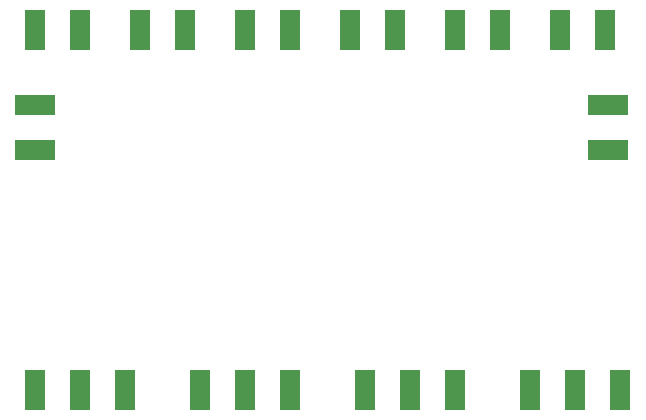
<source format=gbr>
G04 #@! TF.GenerationSoftware,KiCad,Pcbnew,(6.0.1)*
G04 #@! TF.CreationDate,2022-02-07T21:51:52+01:00*
G04 #@! TF.ProjectId,RC-LightDistribution,52432d4c-6967-4687-9444-697374726962,rev?*
G04 #@! TF.SameCoordinates,Original*
G04 #@! TF.FileFunction,Paste,Top*
G04 #@! TF.FilePolarity,Positive*
%FSLAX46Y46*%
G04 Gerber Fmt 4.6, Leading zero omitted, Abs format (unit mm)*
G04 Created by KiCad (PCBNEW (6.0.1)) date 2022-02-07 21:51:52*
%MOMM*%
%LPD*%
G01*
G04 APERTURE LIST*
%ADD10R,1.800000X3.400000*%
%ADD11R,3.400000X1.800000*%
G04 APERTURE END LIST*
D10*
G04 #@! TO.C,TP1*
X120650000Y-107950000D03*
G04 #@! TD*
G04 #@! TO.C,TP20*
X165100000Y-77470000D03*
G04 #@! TD*
G04 #@! TO.C,TP18*
X160020000Y-77470000D03*
G04 #@! TD*
G04 #@! TO.C,TP2*
X124460000Y-107950000D03*
G04 #@! TD*
G04 #@! TO.C,TP19*
X148590000Y-107950000D03*
G04 #@! TD*
G04 #@! TO.C,TP27*
X166370000Y-107950000D03*
G04 #@! TD*
G04 #@! TO.C,TP17*
X156210000Y-77470000D03*
G04 #@! TD*
G04 #@! TO.C,TP26*
X162560000Y-107950000D03*
G04 #@! TD*
G04 #@! TO.C,TP12*
X133350000Y-77470000D03*
G04 #@! TD*
D11*
G04 #@! TO.C,TP25*
X169120000Y-87630000D03*
G04 #@! TD*
D10*
G04 #@! TO.C,TP21*
X152400000Y-107950000D03*
G04 #@! TD*
D11*
G04 #@! TO.C,TP7*
X120650000Y-83820000D03*
G04 #@! TD*
D10*
G04 #@! TO.C,TP11*
X129540000Y-77470000D03*
G04 #@! TD*
G04 #@! TO.C,TP4*
X134620000Y-107950000D03*
G04 #@! TD*
D11*
G04 #@! TO.C,TP24*
X169120000Y-83820000D03*
G04 #@! TD*
D10*
G04 #@! TO.C,TP16*
X151130000Y-77470000D03*
G04 #@! TD*
G04 #@! TO.C,TP22*
X168910000Y-77470000D03*
G04 #@! TD*
G04 #@! TO.C,TP13*
X138430000Y-77470000D03*
G04 #@! TD*
D11*
G04 #@! TO.C,TP8*
X120650000Y-87630000D03*
G04 #@! TD*
D10*
G04 #@! TO.C,TP15*
X147320000Y-77470000D03*
G04 #@! TD*
G04 #@! TO.C,TP14*
X142240000Y-77470000D03*
G04 #@! TD*
G04 #@! TO.C,TP28*
X170180000Y-107950000D03*
G04 #@! TD*
G04 #@! TO.C,TP9*
X120650000Y-77470000D03*
G04 #@! TD*
G04 #@! TO.C,TP5*
X138430000Y-107950000D03*
G04 #@! TD*
G04 #@! TO.C,TP3*
X128270000Y-107950000D03*
G04 #@! TD*
G04 #@! TO.C,TP23*
X156210000Y-107950000D03*
G04 #@! TD*
G04 #@! TO.C,TP10*
X124460000Y-77470000D03*
G04 #@! TD*
G04 #@! TO.C,TP6*
X142240000Y-107950000D03*
G04 #@! TD*
M02*

</source>
